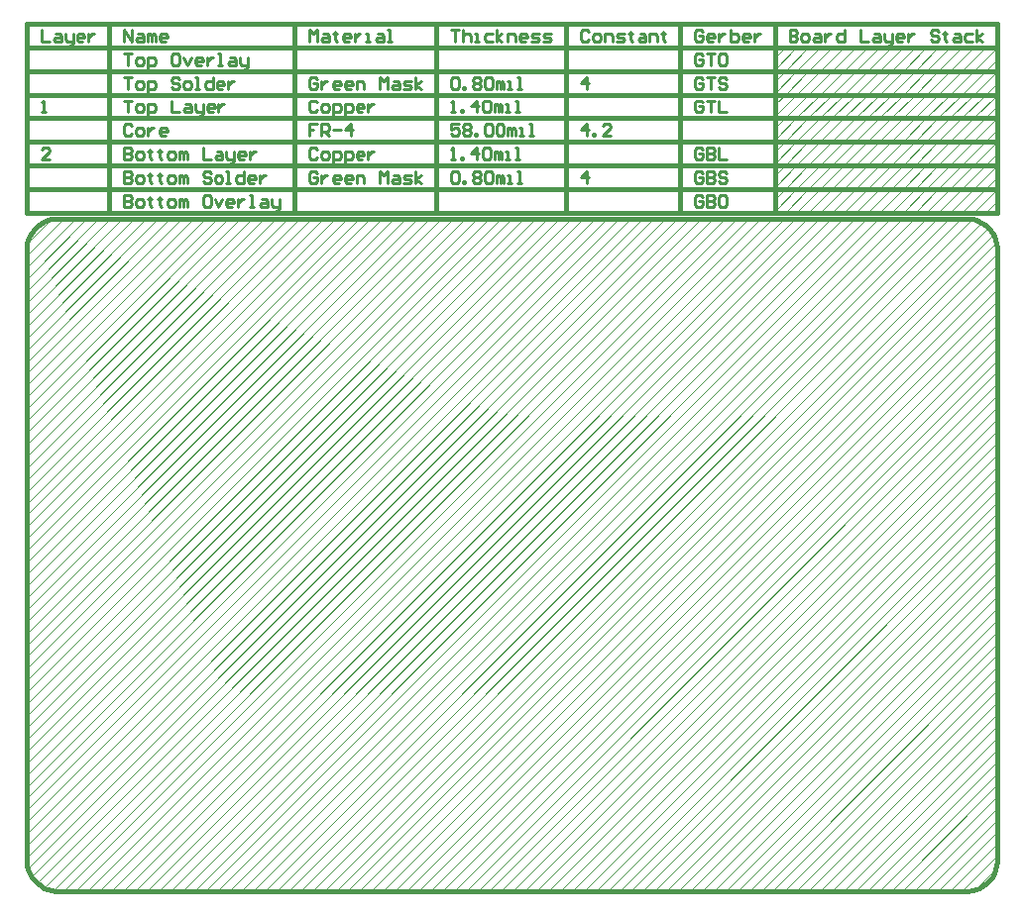
<source format=gbr>
%TF.GenerationSoftware,Altium Limited,Altium Designer,20.0.13 (296)*%
G04 Layer_Color=32768*
%FSLAX26Y26*%
%MOIN*%
%TF.FileFunction,Other,Fab_Notes*%
%TF.Part,Single*%
G01*
G75*
%TA.AperFunction,NonConductor*%
%ADD107C,0.010000*%
%ADD186C,0.015000*%
%ADD192C,0.001000*%
D107*
X6350934Y3798652D02*
Y3758945D01*
X6377405D01*
X6397258Y3785416D02*
X6410494D01*
X6417112Y3778799D01*
Y3758945D01*
X6397258D01*
X6390641Y3765563D01*
X6397258Y3772181D01*
X6417112D01*
X6430348Y3785416D02*
Y3765563D01*
X6436966Y3758945D01*
X6456819D01*
Y3752327D01*
X6450201Y3745709D01*
X6443583D01*
X6456819Y3758945D02*
Y3785416D01*
X6489908Y3758945D02*
X6476673D01*
X6470055Y3765563D01*
Y3778799D01*
X6476673Y3785416D01*
X6489908D01*
X6496526Y3778799D01*
Y3772181D01*
X6470055D01*
X6509762Y3785416D02*
Y3758945D01*
Y3772181D01*
X6516380Y3778799D01*
X6522998Y3785416D01*
X6529615D01*
X6377405Y3361747D02*
X6350934D01*
X6377405Y3388218D01*
Y3394836D01*
X6370787Y3401454D01*
X6357551D01*
X6350934Y3394836D01*
Y3520626D02*
X6364169D01*
X6357551D01*
Y3560333D01*
X6350934Y3553715D01*
X6629055Y3758945D02*
Y3798652D01*
X6655527Y3758945D01*
Y3798652D01*
X6675380Y3785416D02*
X6688616D01*
X6695234Y3778799D01*
Y3758945D01*
X6675380D01*
X6668762Y3765563D01*
X6675380Y3772181D01*
X6695234D01*
X6708469Y3758945D02*
Y3785416D01*
X6715087D01*
X6721705Y3778799D01*
Y3758945D01*
Y3778799D01*
X6728323Y3785416D01*
X6734941Y3778799D01*
Y3758945D01*
X6768030D02*
X6754794D01*
X6748176Y3765563D01*
Y3778799D01*
X6754794Y3785416D01*
X6768030D01*
X6774648Y3778799D01*
Y3772181D01*
X6748176D01*
X6629055Y3242574D02*
Y3202867D01*
X6648909D01*
X6655527Y3209485D01*
Y3216103D01*
X6648909Y3222721D01*
X6629055D01*
X6648909D01*
X6655527Y3229339D01*
Y3235956D01*
X6648909Y3242574D01*
X6629055D01*
X6675380Y3202867D02*
X6688616D01*
X6695234Y3209485D01*
Y3222721D01*
X6688616Y3229339D01*
X6675380D01*
X6668762Y3222721D01*
Y3209485D01*
X6675380Y3202867D01*
X6715087Y3235956D02*
Y3229339D01*
X6708469D01*
X6721705D01*
X6715087D01*
Y3209485D01*
X6721705Y3202867D01*
X6748176Y3235956D02*
Y3229339D01*
X6741559D01*
X6754794D01*
X6748176D01*
Y3209485D01*
X6754794Y3202867D01*
X6781266D02*
X6794501D01*
X6801119Y3209485D01*
Y3222721D01*
X6794501Y3229339D01*
X6781266D01*
X6774648Y3222721D01*
Y3209485D01*
X6781266Y3202867D01*
X6814355D02*
Y3229339D01*
X6820973D01*
X6827591Y3222721D01*
Y3202867D01*
Y3222721D01*
X6834208Y3229339D01*
X6840826Y3222721D01*
Y3202867D01*
X6913623Y3242574D02*
X6900387D01*
X6893769Y3235956D01*
Y3209485D01*
X6900387Y3202867D01*
X6913623D01*
X6920240Y3209485D01*
Y3235956D01*
X6913623Y3242574D01*
X6933476Y3229339D02*
X6946712Y3202867D01*
X6959948Y3229339D01*
X6993037Y3202867D02*
X6979801D01*
X6973183Y3209485D01*
Y3222721D01*
X6979801Y3229339D01*
X6993037D01*
X6999655Y3222721D01*
Y3216103D01*
X6973183D01*
X7012890Y3229339D02*
Y3202867D01*
Y3216103D01*
X7019508Y3222721D01*
X7026126Y3229339D01*
X7032744D01*
X7052597Y3202867D02*
X7065833D01*
X7059215D01*
Y3242574D01*
X7052597D01*
X7092305Y3229339D02*
X7105540D01*
X7112158Y3222721D01*
Y3202867D01*
X7092305D01*
X7085687Y3209485D01*
X7092305Y3216103D01*
X7112158D01*
X7125394Y3229339D02*
Y3209485D01*
X7132012Y3202867D01*
X7151865D01*
Y3196249D01*
X7145247Y3189631D01*
X7138630D01*
X7151865Y3202867D02*
Y3229339D01*
X6629055Y3322014D02*
Y3282307D01*
X6648909D01*
X6655527Y3288925D01*
Y3295543D01*
X6648909Y3302160D01*
X6629055D01*
X6648909D01*
X6655527Y3308778D01*
Y3315396D01*
X6648909Y3322014D01*
X6629055D01*
X6675380Y3282307D02*
X6688616D01*
X6695234Y3288925D01*
Y3302160D01*
X6688616Y3308778D01*
X6675380D01*
X6668762Y3302160D01*
Y3288925D01*
X6675380Y3282307D01*
X6715087Y3315396D02*
Y3308778D01*
X6708469D01*
X6721705D01*
X6715087D01*
Y3288925D01*
X6721705Y3282307D01*
X6748176Y3315396D02*
Y3308778D01*
X6741559D01*
X6754794D01*
X6748176D01*
Y3288925D01*
X6754794Y3282307D01*
X6781266D02*
X6794501D01*
X6801119Y3288925D01*
Y3302160D01*
X6794501Y3308778D01*
X6781266D01*
X6774648Y3302160D01*
Y3288925D01*
X6781266Y3282307D01*
X6814355D02*
Y3308778D01*
X6820973D01*
X6827591Y3302160D01*
Y3282307D01*
Y3302160D01*
X6834208Y3308778D01*
X6840826Y3302160D01*
Y3282307D01*
X6920240Y3315396D02*
X6913623Y3322014D01*
X6900387D01*
X6893769Y3315396D01*
Y3308778D01*
X6900387Y3302160D01*
X6913623D01*
X6920240Y3295543D01*
Y3288925D01*
X6913623Y3282307D01*
X6900387D01*
X6893769Y3288925D01*
X6940094Y3282307D02*
X6953330D01*
X6959948Y3288925D01*
Y3302160D01*
X6953330Y3308778D01*
X6940094D01*
X6933476Y3302160D01*
Y3288925D01*
X6940094Y3282307D01*
X6973183D02*
X6986419D01*
X6979801D01*
Y3322014D01*
X6973183D01*
X7032744D02*
Y3282307D01*
X7012890D01*
X7006273Y3288925D01*
Y3302160D01*
X7012890Y3308778D01*
X7032744D01*
X7065833Y3282307D02*
X7052597D01*
X7045980Y3288925D01*
Y3302160D01*
X7052597Y3308778D01*
X7065833D01*
X7072451Y3302160D01*
Y3295543D01*
X7045980D01*
X7085687Y3308778D02*
Y3282307D01*
Y3295543D01*
X7092305Y3302160D01*
X7098922Y3308778D01*
X7105540D01*
X6629055Y3401454D02*
Y3361747D01*
X6648909D01*
X6655527Y3368364D01*
Y3374982D01*
X6648909Y3381600D01*
X6629055D01*
X6648909D01*
X6655527Y3388218D01*
Y3394836D01*
X6648909Y3401454D01*
X6629055D01*
X6675380Y3361747D02*
X6688616D01*
X6695234Y3368364D01*
Y3381600D01*
X6688616Y3388218D01*
X6675380D01*
X6668762Y3381600D01*
Y3368364D01*
X6675380Y3361747D01*
X6715087Y3394836D02*
Y3388218D01*
X6708469D01*
X6721705D01*
X6715087D01*
Y3368364D01*
X6721705Y3361747D01*
X6748176Y3394836D02*
Y3388218D01*
X6741559D01*
X6754794D01*
X6748176D01*
Y3368364D01*
X6754794Y3361747D01*
X6781266D02*
X6794501D01*
X6801119Y3368364D01*
Y3381600D01*
X6794501Y3388218D01*
X6781266D01*
X6774648Y3381600D01*
Y3368364D01*
X6781266Y3361747D01*
X6814355D02*
Y3388218D01*
X6820973D01*
X6827591Y3381600D01*
Y3361747D01*
Y3381600D01*
X6834208Y3388218D01*
X6840826Y3381600D01*
Y3361747D01*
X6893769Y3401454D02*
Y3361747D01*
X6920240D01*
X6940094Y3388218D02*
X6953330D01*
X6959948Y3381600D01*
Y3361747D01*
X6940094D01*
X6933476Y3368364D01*
X6940094Y3374982D01*
X6959948D01*
X6973183Y3388218D02*
Y3368364D01*
X6979801Y3361747D01*
X6999655D01*
Y3355129D01*
X6993037Y3348511D01*
X6986419D01*
X6999655Y3361747D02*
Y3388218D01*
X7032744Y3361747D02*
X7019508D01*
X7012890Y3368364D01*
Y3381600D01*
X7019508Y3388218D01*
X7032744D01*
X7039362Y3381600D01*
Y3374982D01*
X7012890D01*
X7052597Y3388218D02*
Y3361747D01*
Y3374982D01*
X7059215Y3381600D01*
X7065833Y3388218D01*
X7072451D01*
X6655527Y3474276D02*
X6648909Y3480893D01*
X6635673D01*
X6629055Y3474276D01*
Y3447804D01*
X6635673Y3441186D01*
X6648909D01*
X6655527Y3447804D01*
X6675380Y3441186D02*
X6688616D01*
X6695234Y3447804D01*
Y3461040D01*
X6688616Y3467658D01*
X6675380D01*
X6668762Y3461040D01*
Y3447804D01*
X6675380Y3441186D01*
X6708469Y3467658D02*
Y3441186D01*
Y3454422D01*
X6715087Y3461040D01*
X6721705Y3467658D01*
X6728323D01*
X6768030Y3441186D02*
X6754794D01*
X6748176Y3447804D01*
Y3461040D01*
X6754794Y3467658D01*
X6768030D01*
X6774648Y3461040D01*
Y3454422D01*
X6748176D01*
X6629055Y3560333D02*
X6655527D01*
X6642291D01*
Y3520626D01*
X6675380D02*
X6688616D01*
X6695234Y3527244D01*
Y3540479D01*
X6688616Y3547097D01*
X6675380D01*
X6668762Y3540479D01*
Y3527244D01*
X6675380Y3520626D01*
X6708469Y3507390D02*
Y3547097D01*
X6728323D01*
X6734941Y3540479D01*
Y3527244D01*
X6728323Y3520626D01*
X6708469D01*
X6787884Y3560333D02*
Y3520626D01*
X6814355D01*
X6834208Y3547097D02*
X6847444D01*
X6854062Y3540479D01*
Y3520626D01*
X6834208D01*
X6827591Y3527244D01*
X6834208Y3533862D01*
X6854062D01*
X6867298Y3547097D02*
Y3527244D01*
X6873916Y3520626D01*
X6893769D01*
Y3514008D01*
X6887151Y3507390D01*
X6880533D01*
X6893769Y3520626D02*
Y3547097D01*
X6926858Y3520626D02*
X6913623D01*
X6907005Y3527244D01*
Y3540479D01*
X6913623Y3547097D01*
X6926858D01*
X6933476Y3540479D01*
Y3533862D01*
X6907005D01*
X6946712Y3547097D02*
Y3520626D01*
Y3533862D01*
X6953330Y3540479D01*
X6959948Y3547097D01*
X6966565D01*
X6629055Y3639773D02*
X6655527D01*
X6642291D01*
Y3600066D01*
X6675380D02*
X6688616D01*
X6695234Y3606684D01*
Y3619919D01*
X6688616Y3626537D01*
X6675380D01*
X6668762Y3619919D01*
Y3606684D01*
X6675380Y3600066D01*
X6708469Y3586830D02*
Y3626537D01*
X6728323D01*
X6734941Y3619919D01*
Y3606684D01*
X6728323Y3600066D01*
X6708469D01*
X6814355Y3633155D02*
X6807737Y3639773D01*
X6794501D01*
X6787884Y3633155D01*
Y3626537D01*
X6794501Y3619919D01*
X6807737D01*
X6814355Y3613301D01*
Y3606684D01*
X6807737Y3600066D01*
X6794501D01*
X6787884Y3606684D01*
X6834208Y3600066D02*
X6847444D01*
X6854062Y3606684D01*
Y3619919D01*
X6847444Y3626537D01*
X6834208D01*
X6827591Y3619919D01*
Y3606684D01*
X6834208Y3600066D01*
X6867298D02*
X6880533D01*
X6873916D01*
Y3639773D01*
X6867298D01*
X6926858D02*
Y3600066D01*
X6907005D01*
X6900387Y3606684D01*
Y3619919D01*
X6907005Y3626537D01*
X6926858D01*
X6959948Y3600066D02*
X6946712D01*
X6940094Y3606684D01*
Y3619919D01*
X6946712Y3626537D01*
X6959948D01*
X6966565Y3619919D01*
Y3613301D01*
X6940094D01*
X6979801Y3626537D02*
Y3600066D01*
Y3613301D01*
X6986419Y3619919D01*
X6993037Y3626537D01*
X6999655D01*
X6629055Y3719213D02*
X6655527D01*
X6642291D01*
Y3679505D01*
X6675380D02*
X6688616D01*
X6695234Y3686123D01*
Y3699359D01*
X6688616Y3705977D01*
X6675380D01*
X6668762Y3699359D01*
Y3686123D01*
X6675380Y3679505D01*
X6708469Y3666270D02*
Y3705977D01*
X6728323D01*
X6734941Y3699359D01*
Y3686123D01*
X6728323Y3679505D01*
X6708469D01*
X6807737Y3719213D02*
X6794501D01*
X6787884Y3712595D01*
Y3686123D01*
X6794501Y3679505D01*
X6807737D01*
X6814355Y3686123D01*
Y3712595D01*
X6807737Y3719213D01*
X6827591Y3705977D02*
X6840826Y3679505D01*
X6854062Y3705977D01*
X6887151Y3679505D02*
X6873916D01*
X6867298Y3686123D01*
Y3699359D01*
X6873916Y3705977D01*
X6887151D01*
X6893769Y3699359D01*
Y3692741D01*
X6867298D01*
X6907005Y3705977D02*
Y3679505D01*
Y3692741D01*
X6913623Y3699359D01*
X6920241Y3705977D01*
X6926858D01*
X6946712Y3679505D02*
X6959948D01*
X6953330D01*
Y3719213D01*
X6946712D01*
X6986419Y3705977D02*
X6999655D01*
X7006273Y3699359D01*
Y3679505D01*
X6986419D01*
X6979801Y3686123D01*
X6986419Y3692741D01*
X7006273D01*
X7019508Y3705977D02*
Y3686123D01*
X7026126Y3679505D01*
X7045980D01*
Y3672888D01*
X7039362Y3666270D01*
X7032744D01*
X7045980Y3679505D02*
Y3705977D01*
X7251305Y3758945D02*
Y3798652D01*
X7264541Y3785416D01*
X7277776Y3798652D01*
Y3758945D01*
X7297630Y3785416D02*
X7310866D01*
X7317484Y3778799D01*
Y3758945D01*
X7297630D01*
X7291012Y3765563D01*
X7297630Y3772181D01*
X7317484D01*
X7337337Y3792034D02*
Y3785416D01*
X7330719D01*
X7343955D01*
X7337337D01*
Y3765563D01*
X7343955Y3758945D01*
X7383662D02*
X7370426D01*
X7363808Y3765563D01*
Y3778799D01*
X7370426Y3785416D01*
X7383662D01*
X7390280Y3778799D01*
Y3772181D01*
X7363808D01*
X7403516Y3785416D02*
Y3758945D01*
Y3772181D01*
X7410133Y3778799D01*
X7416751Y3785416D01*
X7423369D01*
X7443223Y3758945D02*
X7456458D01*
X7449840D01*
Y3785416D01*
X7443223D01*
X7482930D02*
X7496165D01*
X7502783Y3778799D01*
Y3758945D01*
X7482930D01*
X7476312Y3765563D01*
X7482930Y3772181D01*
X7502783D01*
X7516019Y3758945D02*
X7529255D01*
X7522637D01*
Y3798652D01*
X7516019D01*
X7277776Y3315396D02*
X7271158Y3322014D01*
X7257923D01*
X7251305Y3315396D01*
Y3288925D01*
X7257923Y3282307D01*
X7271158D01*
X7277776Y3288925D01*
Y3302160D01*
X7264541D01*
X7291012Y3308778D02*
Y3282307D01*
Y3295543D01*
X7297630Y3302160D01*
X7304248Y3308778D01*
X7310866D01*
X7350573Y3282307D02*
X7337337D01*
X7330719Y3288925D01*
Y3302160D01*
X7337337Y3308778D01*
X7350573D01*
X7357191Y3302160D01*
Y3295543D01*
X7330719D01*
X7390280Y3282307D02*
X7377044D01*
X7370426Y3288925D01*
Y3302160D01*
X7377044Y3308778D01*
X7390280D01*
X7396898Y3302160D01*
Y3295543D01*
X7370426D01*
X7410133Y3282307D02*
Y3308778D01*
X7429987D01*
X7436605Y3302160D01*
Y3282307D01*
X7489548D02*
Y3322014D01*
X7502783Y3308778D01*
X7516019Y3322014D01*
Y3282307D01*
X7535873Y3308778D02*
X7549108D01*
X7555726Y3302160D01*
Y3282307D01*
X7535873D01*
X7529255Y3288925D01*
X7535873Y3295543D01*
X7555726D01*
X7568962Y3282307D02*
X7588815D01*
X7595433Y3288925D01*
X7588815Y3295543D01*
X7575580D01*
X7568962Y3302160D01*
X7575580Y3308778D01*
X7595433D01*
X7608669Y3282307D02*
Y3322014D01*
Y3295543D02*
X7628522Y3308778D01*
X7608669Y3295543D02*
X7628522Y3282307D01*
X7277776Y3394836D02*
X7271158Y3401454D01*
X7257923D01*
X7251305Y3394836D01*
Y3368364D01*
X7257923Y3361747D01*
X7271158D01*
X7277776Y3368364D01*
X7297630Y3361747D02*
X7310866D01*
X7317484Y3368364D01*
Y3381600D01*
X7310866Y3388218D01*
X7297630D01*
X7291012Y3381600D01*
Y3368364D01*
X7297630Y3361747D01*
X7330719Y3348511D02*
Y3388218D01*
X7350573D01*
X7357191Y3381600D01*
Y3368364D01*
X7350573Y3361747D01*
X7330719D01*
X7370426Y3348511D02*
Y3388218D01*
X7390280D01*
X7396898Y3381600D01*
Y3368364D01*
X7390280Y3361747D01*
X7370426D01*
X7429987D02*
X7416751D01*
X7410133Y3368364D01*
Y3381600D01*
X7416751Y3388218D01*
X7429987D01*
X7436605Y3381600D01*
Y3374982D01*
X7410133D01*
X7449841Y3388218D02*
Y3361747D01*
Y3374982D01*
X7456458Y3381600D01*
X7463076Y3388218D01*
X7469694D01*
X7277776Y3480893D02*
X7251305D01*
Y3461040D01*
X7264541D01*
X7251305D01*
Y3441186D01*
X7291012D02*
Y3480893D01*
X7310866D01*
X7317484Y3474276D01*
Y3461040D01*
X7310866Y3454422D01*
X7291012D01*
X7304248D02*
X7317484Y3441186D01*
X7330719Y3461040D02*
X7357191D01*
X7390280Y3441186D02*
Y3480893D01*
X7370426Y3461040D01*
X7396898D01*
X7277776Y3553715D02*
X7271158Y3560333D01*
X7257923D01*
X7251305Y3553715D01*
Y3527244D01*
X7257923Y3520626D01*
X7271158D01*
X7277776Y3527244D01*
X7297630Y3520626D02*
X7310866D01*
X7317484Y3527244D01*
Y3540479D01*
X7310866Y3547097D01*
X7297630D01*
X7291012Y3540479D01*
Y3527244D01*
X7297630Y3520626D01*
X7330719Y3507390D02*
Y3547097D01*
X7350573D01*
X7357191Y3540479D01*
Y3527244D01*
X7350573Y3520626D01*
X7330719D01*
X7370426Y3507390D02*
Y3547097D01*
X7390280D01*
X7396898Y3540479D01*
Y3527244D01*
X7390280Y3520626D01*
X7370426D01*
X7429987D02*
X7416751D01*
X7410133Y3527244D01*
Y3540479D01*
X7416751Y3547097D01*
X7429987D01*
X7436605Y3540479D01*
Y3533862D01*
X7410133D01*
X7449841Y3547097D02*
Y3520626D01*
Y3533862D01*
X7456458Y3540479D01*
X7463076Y3547097D01*
X7469694D01*
X7277776Y3633155D02*
X7271158Y3639773D01*
X7257923D01*
X7251305Y3633155D01*
Y3606684D01*
X7257923Y3600066D01*
X7271158D01*
X7277776Y3606684D01*
Y3619919D01*
X7264541D01*
X7291012Y3626537D02*
Y3600066D01*
Y3613301D01*
X7297630Y3619919D01*
X7304248Y3626537D01*
X7310866D01*
X7350573Y3600066D02*
X7337337D01*
X7330719Y3606684D01*
Y3619919D01*
X7337337Y3626537D01*
X7350573D01*
X7357191Y3619919D01*
Y3613301D01*
X7330719D01*
X7390280Y3600066D02*
X7377044D01*
X7370426Y3606684D01*
Y3619919D01*
X7377044Y3626537D01*
X7390280D01*
X7396898Y3619919D01*
Y3613301D01*
X7370426D01*
X7410133Y3600066D02*
Y3626537D01*
X7429987D01*
X7436605Y3619919D01*
Y3600066D01*
X7489548D02*
Y3639773D01*
X7502783Y3626537D01*
X7516019Y3639773D01*
Y3600066D01*
X7535873Y3626537D02*
X7549108D01*
X7555726Y3619919D01*
Y3600066D01*
X7535873D01*
X7529255Y3606684D01*
X7535873Y3613301D01*
X7555726D01*
X7568962Y3600066D02*
X7588815D01*
X7595433Y3606684D01*
X7588815Y3613301D01*
X7575580D01*
X7568962Y3619919D01*
X7575580Y3626537D01*
X7595433D01*
X7608669Y3600066D02*
Y3639773D01*
Y3613301D02*
X7628522Y3626537D01*
X7608669Y3613301D02*
X7628522Y3600066D01*
X7727962Y3798652D02*
X7754434D01*
X7741198D01*
Y3758945D01*
X7767669Y3798652D02*
Y3758945D01*
Y3778799D01*
X7774287Y3785416D01*
X7787523D01*
X7794141Y3778799D01*
Y3758945D01*
X7807376D02*
X7820612D01*
X7813994D01*
Y3785416D01*
X7807376D01*
X7866937D02*
X7847083D01*
X7840466Y3778799D01*
Y3765563D01*
X7847083Y3758945D01*
X7866937D01*
X7880173D02*
Y3798652D01*
Y3772181D02*
X7900026Y3785416D01*
X7880173Y3772181D02*
X7900026Y3758945D01*
X7919880D02*
Y3785416D01*
X7939733D01*
X7946351Y3778799D01*
Y3758945D01*
X7979440D02*
X7966205D01*
X7959587Y3765563D01*
Y3778799D01*
X7966205Y3785416D01*
X7979440D01*
X7986058Y3778799D01*
Y3772181D01*
X7959587D01*
X7999294Y3758945D02*
X8019148D01*
X8025765Y3765563D01*
X8019148Y3772181D01*
X8005912D01*
X7999294Y3778799D01*
X8005912Y3785416D01*
X8025765D01*
X8039001Y3758945D02*
X8058855D01*
X8065472Y3765563D01*
X8058855Y3772181D01*
X8045619D01*
X8039001Y3778799D01*
X8045619Y3785416D01*
X8065472D01*
X7727962Y3315396D02*
X7734580Y3322014D01*
X7747816D01*
X7754434Y3315396D01*
Y3288925D01*
X7747816Y3282307D01*
X7734580D01*
X7727962Y3288925D01*
Y3315396D01*
X7767669Y3282307D02*
Y3288925D01*
X7774287D01*
Y3282307D01*
X7767669D01*
X7800758Y3315396D02*
X7807376Y3322014D01*
X7820612D01*
X7827230Y3315396D01*
Y3308778D01*
X7820612Y3302160D01*
X7827230Y3295543D01*
Y3288925D01*
X7820612Y3282307D01*
X7807376D01*
X7800758Y3288925D01*
Y3295543D01*
X7807376Y3302160D01*
X7800758Y3308778D01*
Y3315396D01*
X7807376Y3302160D02*
X7820612D01*
X7840466Y3315396D02*
X7847083Y3322014D01*
X7860319D01*
X7866937Y3315396D01*
Y3288925D01*
X7860319Y3282307D01*
X7847083D01*
X7840466Y3288925D01*
Y3315396D01*
X7880173Y3282307D02*
Y3308778D01*
X7886791D01*
X7893408Y3302160D01*
Y3282307D01*
Y3302160D01*
X7900026Y3308778D01*
X7906644Y3302160D01*
Y3282307D01*
X7919880D02*
X7933115D01*
X7926498D01*
Y3308778D01*
X7919880D01*
X7952969Y3282307D02*
X7966205D01*
X7959587D01*
Y3322014D01*
X7952969D01*
X7727962Y3361747D02*
X7741198D01*
X7734580D01*
Y3401454D01*
X7727962Y3394836D01*
X7761051Y3361747D02*
Y3368364D01*
X7767669D01*
Y3361747D01*
X7761051D01*
X7813994D02*
Y3401454D01*
X7794141Y3381600D01*
X7820612D01*
X7833848Y3394836D02*
X7840466Y3401454D01*
X7853701D01*
X7860319Y3394836D01*
Y3368364D01*
X7853701Y3361747D01*
X7840466D01*
X7833848Y3368364D01*
Y3394836D01*
X7873555Y3361747D02*
Y3388218D01*
X7880173D01*
X7886791Y3381600D01*
Y3361747D01*
Y3381600D01*
X7893408Y3388218D01*
X7900026Y3381600D01*
Y3361747D01*
X7913262D02*
X7926498D01*
X7919880D01*
Y3388218D01*
X7913262D01*
X7946351Y3361747D02*
X7959587D01*
X7952969D01*
Y3401454D01*
X7946351D01*
X7754434Y3480893D02*
X7727962D01*
Y3461040D01*
X7741198Y3467658D01*
X7747816D01*
X7754434Y3461040D01*
Y3447804D01*
X7747816Y3441186D01*
X7734580D01*
X7727962Y3447804D01*
X7767669Y3474276D02*
X7774287Y3480893D01*
X7787523D01*
X7794141Y3474276D01*
Y3467658D01*
X7787523Y3461040D01*
X7794141Y3454422D01*
Y3447804D01*
X7787523Y3441186D01*
X7774287D01*
X7767669Y3447804D01*
Y3454422D01*
X7774287Y3461040D01*
X7767669Y3467658D01*
Y3474276D01*
X7774287Y3461040D02*
X7787523D01*
X7807376Y3441186D02*
Y3447804D01*
X7813994D01*
Y3441186D01*
X7807376D01*
X7840466Y3474276D02*
X7847083Y3480893D01*
X7860319D01*
X7866937Y3474276D01*
Y3447804D01*
X7860319Y3441186D01*
X7847083D01*
X7840466Y3447804D01*
Y3474276D01*
X7880173D02*
X7886791Y3480893D01*
X7900026D01*
X7906644Y3474276D01*
Y3447804D01*
X7900026Y3441186D01*
X7886791D01*
X7880173Y3447804D01*
Y3474276D01*
X7919880Y3441186D02*
Y3467658D01*
X7926498D01*
X7933115Y3461040D01*
Y3441186D01*
Y3461040D01*
X7939733Y3467658D01*
X7946351Y3461040D01*
Y3441186D01*
X7959587D02*
X7972823D01*
X7966205D01*
Y3467658D01*
X7959587D01*
X7992676Y3441186D02*
X8005912D01*
X7999294D01*
Y3480893D01*
X7992676D01*
X7727962Y3520626D02*
X7741198D01*
X7734580D01*
Y3560333D01*
X7727962Y3553715D01*
X7761051Y3520626D02*
Y3527244D01*
X7767669D01*
Y3520626D01*
X7761051D01*
X7813994D02*
Y3560333D01*
X7794141Y3540479D01*
X7820612D01*
X7833848Y3553715D02*
X7840466Y3560333D01*
X7853701D01*
X7860319Y3553715D01*
Y3527244D01*
X7853701Y3520626D01*
X7840466D01*
X7833848Y3527244D01*
Y3553715D01*
X7873555Y3520626D02*
Y3547097D01*
X7880173D01*
X7886791Y3540479D01*
Y3520626D01*
Y3540479D01*
X7893408Y3547097D01*
X7900026Y3540479D01*
Y3520626D01*
X7913262D02*
X7926498D01*
X7919880D01*
Y3547097D01*
X7913262D01*
X7946351Y3520626D02*
X7959587D01*
X7952969D01*
Y3560333D01*
X7946351D01*
X7727962Y3633155D02*
X7734580Y3639773D01*
X7747816D01*
X7754434Y3633155D01*
Y3606684D01*
X7747816Y3600066D01*
X7734580D01*
X7727962Y3606684D01*
Y3633155D01*
X7767669Y3600066D02*
Y3606684D01*
X7774287D01*
Y3600066D01*
X7767669D01*
X7800758Y3633155D02*
X7807376Y3639773D01*
X7820612D01*
X7827230Y3633155D01*
Y3626537D01*
X7820612Y3619919D01*
X7827230Y3613301D01*
Y3606684D01*
X7820612Y3600066D01*
X7807376D01*
X7800758Y3606684D01*
Y3613301D01*
X7807376Y3619919D01*
X7800758Y3626537D01*
Y3633155D01*
X7807376Y3619919D02*
X7820612D01*
X7840466Y3633155D02*
X7847083Y3639773D01*
X7860319D01*
X7866937Y3633155D01*
Y3606684D01*
X7860319Y3600066D01*
X7847083D01*
X7840466Y3606684D01*
Y3633155D01*
X7880173Y3600066D02*
Y3626537D01*
X7886791D01*
X7893408Y3619919D01*
Y3600066D01*
Y3619919D01*
X7900026Y3626537D01*
X7906644Y3619919D01*
Y3600066D01*
X7919880D02*
X7933115D01*
X7926498D01*
Y3626537D01*
X7919880D01*
X7952969Y3600066D02*
X7966205D01*
X7959587D01*
Y3639773D01*
X7952969D01*
X8191384Y3792034D02*
X8184766Y3798652D01*
X8171530D01*
X8164912Y3792034D01*
Y3765563D01*
X8171530Y3758945D01*
X8184766D01*
X8191384Y3765563D01*
X8211237Y3758945D02*
X8224473D01*
X8231091Y3765563D01*
Y3778799D01*
X8224473Y3785416D01*
X8211237D01*
X8204619Y3778799D01*
Y3765563D01*
X8211237Y3758945D01*
X8244326D02*
Y3785416D01*
X8264180D01*
X8270798Y3778799D01*
Y3758945D01*
X8284034D02*
X8303887D01*
X8310505Y3765563D01*
X8303887Y3772181D01*
X8290651D01*
X8284034Y3778799D01*
X8290651Y3785416D01*
X8310505D01*
X8330359Y3792034D02*
Y3785416D01*
X8323741D01*
X8336976D01*
X8330359D01*
Y3765563D01*
X8336976Y3758945D01*
X8363448Y3785416D02*
X8376683D01*
X8383301Y3778799D01*
Y3758945D01*
X8363448D01*
X8356830Y3765563D01*
X8363448Y3772181D01*
X8383301D01*
X8396537Y3758945D02*
Y3785416D01*
X8416390D01*
X8423008Y3778799D01*
Y3758945D01*
X8442862Y3792034D02*
Y3785416D01*
X8436244D01*
X8449480D01*
X8442862D01*
Y3765563D01*
X8449480Y3758945D01*
X8184766Y3282307D02*
Y3322014D01*
X8164912Y3302160D01*
X8191384D01*
X8184766Y3441186D02*
Y3480893D01*
X8164912Y3461040D01*
X8191384D01*
X8204619Y3441186D02*
Y3447804D01*
X8211237D01*
Y3441186D01*
X8204619D01*
X8264180D02*
X8237709D01*
X8264180Y3467658D01*
Y3474276D01*
X8257562Y3480893D01*
X8244326D01*
X8237709Y3474276D01*
X8184766Y3600066D02*
Y3639773D01*
X8164912Y3619919D01*
X8191384D01*
X8575391Y3792034D02*
X8568773Y3798652D01*
X8555537D01*
X8548920Y3792034D01*
Y3765563D01*
X8555537Y3758945D01*
X8568773D01*
X8575391Y3765563D01*
Y3778799D01*
X8562155D01*
X8608480Y3758945D02*
X8595245D01*
X8588627Y3765563D01*
Y3778799D01*
X8595245Y3785416D01*
X8608480D01*
X8615098Y3778799D01*
Y3772181D01*
X8588627D01*
X8628334Y3785416D02*
Y3758945D01*
Y3772181D01*
X8634952Y3778799D01*
X8641569Y3785416D01*
X8648187D01*
X8668041Y3798652D02*
Y3758945D01*
X8687894D01*
X8694512Y3765563D01*
Y3772181D01*
Y3778799D01*
X8687894Y3785416D01*
X8668041D01*
X8727602Y3758945D02*
X8714366D01*
X8707748Y3765563D01*
Y3778799D01*
X8714366Y3785416D01*
X8727602D01*
X8734219Y3778799D01*
Y3772181D01*
X8707748D01*
X8747455Y3785416D02*
Y3758945D01*
Y3772181D01*
X8754073Y3778799D01*
X8760691Y3785416D01*
X8767309D01*
X8575391Y3235956D02*
X8568773Y3242574D01*
X8555537D01*
X8548920Y3235956D01*
Y3209485D01*
X8555537Y3202867D01*
X8568773D01*
X8575391Y3209485D01*
Y3222721D01*
X8562155D01*
X8588627Y3242574D02*
Y3202867D01*
X8608480D01*
X8615098Y3209485D01*
Y3216103D01*
X8608480Y3222721D01*
X8588627D01*
X8608480D01*
X8615098Y3229339D01*
Y3235956D01*
X8608480Y3242574D01*
X8588627D01*
X8648187D02*
X8634952D01*
X8628334Y3235956D01*
Y3209485D01*
X8634952Y3202867D01*
X8648187D01*
X8654805Y3209485D01*
Y3235956D01*
X8648187Y3242574D01*
X8575391Y3315396D02*
X8568773Y3322014D01*
X8555537D01*
X8548920Y3315396D01*
Y3288925D01*
X8555537Y3282307D01*
X8568773D01*
X8575391Y3288925D01*
Y3302160D01*
X8562155D01*
X8588627Y3322014D02*
Y3282307D01*
X8608480D01*
X8615098Y3288925D01*
Y3295543D01*
X8608480Y3302160D01*
X8588627D01*
X8608480D01*
X8615098Y3308778D01*
Y3315396D01*
X8608480Y3322014D01*
X8588627D01*
X8654805Y3315396D02*
X8648187Y3322014D01*
X8634952D01*
X8628334Y3315396D01*
Y3308778D01*
X8634952Y3302160D01*
X8648187D01*
X8654805Y3295543D01*
Y3288925D01*
X8648187Y3282307D01*
X8634952D01*
X8628334Y3288925D01*
X8575391Y3394836D02*
X8568773Y3401454D01*
X8555537D01*
X8548920Y3394836D01*
Y3368364D01*
X8555537Y3361747D01*
X8568773D01*
X8575391Y3368364D01*
Y3381600D01*
X8562155D01*
X8588627Y3401454D02*
Y3361747D01*
X8608480D01*
X8615098Y3368364D01*
Y3374982D01*
X8608480Y3381600D01*
X8588627D01*
X8608480D01*
X8615098Y3388218D01*
Y3394836D01*
X8608480Y3401454D01*
X8588627D01*
X8628334D02*
Y3361747D01*
X8654805D01*
X8575391Y3553715D02*
X8568773Y3560333D01*
X8555537D01*
X8548920Y3553715D01*
Y3527244D01*
X8555537Y3520626D01*
X8568773D01*
X8575391Y3527244D01*
Y3540479D01*
X8562155D01*
X8588627Y3560333D02*
X8615098D01*
X8601862D01*
Y3520626D01*
X8628334Y3560333D02*
Y3520626D01*
X8654805D01*
X8575391Y3633155D02*
X8568773Y3639773D01*
X8555537D01*
X8548920Y3633155D01*
Y3606684D01*
X8555537Y3600066D01*
X8568773D01*
X8575391Y3606684D01*
Y3619919D01*
X8562155D01*
X8588627Y3639773D02*
X8615098D01*
X8601862D01*
Y3600066D01*
X8654805Y3633155D02*
X8648187Y3639773D01*
X8634952D01*
X8628334Y3633155D01*
Y3626537D01*
X8634952Y3619919D01*
X8648187D01*
X8654805Y3613301D01*
Y3606684D01*
X8648187Y3600066D01*
X8634952D01*
X8628334Y3606684D01*
X8575391Y3712595D02*
X8568773Y3719213D01*
X8555537D01*
X8548920Y3712595D01*
Y3686123D01*
X8555537Y3679505D01*
X8568773D01*
X8575391Y3686123D01*
Y3699359D01*
X8562155D01*
X8588627Y3719213D02*
X8615098D01*
X8601862D01*
Y3679505D01*
X8648187Y3719213D02*
X8634952D01*
X8628334Y3712595D01*
Y3686123D01*
X8634952Y3679505D01*
X8648187D01*
X8654805Y3686123D01*
Y3712595D01*
X8648187Y3719213D01*
X8866748Y3798652D02*
Y3758945D01*
X8886602D01*
X8893220Y3765563D01*
Y3772181D01*
X8886602Y3778799D01*
X8866748D01*
X8886602D01*
X8893220Y3785416D01*
Y3792034D01*
X8886602Y3798652D01*
X8866748D01*
X8913073Y3758945D02*
X8926309D01*
X8932927Y3765563D01*
Y3778799D01*
X8926309Y3785416D01*
X8913073D01*
X8906456Y3778799D01*
Y3765563D01*
X8913073Y3758945D01*
X8952780Y3785416D02*
X8966016D01*
X8972634Y3778799D01*
Y3758945D01*
X8952780D01*
X8946163Y3765563D01*
X8952780Y3772181D01*
X8972634D01*
X8985870Y3785416D02*
Y3758945D01*
Y3772181D01*
X8992487Y3778799D01*
X8999105Y3785416D01*
X9005723D01*
X9052048Y3798652D02*
Y3758945D01*
X9032195D01*
X9025577Y3765563D01*
Y3778799D01*
X9032195Y3785416D01*
X9052048D01*
X9104991Y3798652D02*
Y3758945D01*
X9131462D01*
X9151316Y3785416D02*
X9164552D01*
X9171169Y3778799D01*
Y3758945D01*
X9151316D01*
X9144698Y3765563D01*
X9151316Y3772181D01*
X9171169D01*
X9184405Y3785416D02*
Y3765563D01*
X9191023Y3758945D01*
X9210877D01*
Y3752327D01*
X9204259Y3745709D01*
X9197641D01*
X9210877Y3758945D02*
Y3785416D01*
X9243966Y3758945D02*
X9230730D01*
X9224112Y3765563D01*
Y3778799D01*
X9230730Y3785416D01*
X9243966D01*
X9250584Y3778799D01*
Y3772181D01*
X9224112D01*
X9263819Y3785416D02*
Y3758945D01*
Y3772181D01*
X9270437Y3778799D01*
X9277055Y3785416D01*
X9283673D01*
X9369705Y3792034D02*
X9363087Y3798652D01*
X9349851D01*
X9343234Y3792034D01*
Y3785416D01*
X9349851Y3778799D01*
X9363087D01*
X9369705Y3772181D01*
Y3765563D01*
X9363087Y3758945D01*
X9349851D01*
X9343234Y3765563D01*
X9389558Y3792034D02*
Y3785416D01*
X9382941D01*
X9396176D01*
X9389558D01*
Y3765563D01*
X9396176Y3758945D01*
X9422648Y3785416D02*
X9435883D01*
X9442501Y3778799D01*
Y3758945D01*
X9422648D01*
X9416030Y3765563D01*
X9422648Y3772181D01*
X9442501D01*
X9482208Y3785416D02*
X9462355D01*
X9455737Y3778799D01*
Y3765563D01*
X9462355Y3758945D01*
X9482208D01*
X9495444D02*
Y3798652D01*
Y3772181D02*
X9515298Y3785416D01*
X9495444Y3772181D02*
X9515298Y3758945D01*
D186*
X6301214Y3739085D02*
X9565017D01*
X6301214Y3818525D02*
X9565017D01*
X6301214Y3183007D02*
Y3818525D01*
Y3183007D02*
X6579335D01*
X6301214Y3262447D02*
X6579335D01*
X6301214Y3341887D02*
X6579335D01*
X6301214Y3421326D02*
X6579335D01*
X6301214Y3500766D02*
X6579335D01*
X6301214Y3580206D02*
X6579335D01*
X6301214Y3659646D02*
X6579335D01*
Y3183007D02*
Y3818525D01*
Y3183007D02*
X7201585D01*
X6579335Y3262447D02*
X7201585D01*
X6579335Y3341887D02*
X7201585D01*
X6579335Y3421326D02*
X7201585D01*
X6579335Y3500766D02*
X7201585D01*
X6579335Y3580206D02*
X7201585D01*
X6579335Y3659646D02*
X7201585D01*
Y3183007D02*
Y3818525D01*
Y3183007D02*
X7678242D01*
X7201585Y3262447D02*
X7678242D01*
X7201585Y3341887D02*
X7678242D01*
X7201585Y3421326D02*
X7678242D01*
X7201585Y3500766D02*
X7678242D01*
X7201585Y3580206D02*
X7678242D01*
X7201585Y3659646D02*
X7678242D01*
Y3183007D02*
Y3818525D01*
Y3183007D02*
X8115192D01*
X7678242Y3262447D02*
X8115192D01*
X7678242Y3341887D02*
X8115192D01*
X7678242Y3421326D02*
X8115192D01*
X7678242Y3500766D02*
X8115192D01*
X7678242Y3580206D02*
X8115192D01*
X7678242Y3659646D02*
X8115192D01*
Y3183007D02*
Y3818525D01*
Y3183007D02*
X8499200D01*
X8115192Y3262447D02*
X8499200D01*
X8115192Y3341887D02*
X8499200D01*
X8115192Y3421326D02*
X8499200D01*
X8115192Y3500766D02*
X8499200D01*
X8115192Y3580206D02*
X8499200D01*
X8115192Y3659646D02*
X8499200D01*
Y3183007D02*
Y3818525D01*
Y3183007D02*
X8817029D01*
X8499200Y3262447D02*
X8817029D01*
X8499200Y3341887D02*
X8817029D01*
X8499200Y3421326D02*
X8817029D01*
X8499200Y3500766D02*
X8817029D01*
X8499200Y3580206D02*
X8817029D01*
X8499200Y3659646D02*
X8817029D01*
Y3183007D02*
Y3818525D01*
Y3183007D02*
X9565017D01*
X8817029Y3262447D02*
X9565017D01*
X8817029Y3341887D02*
X9565017D01*
X8817029Y3421326D02*
X9565017D01*
X8817029Y3500766D02*
X9565017D01*
X8817029Y3580206D02*
X9565017D01*
X8817029Y3659646D02*
X9565017D01*
Y3183007D02*
Y3818525D01*
X6301213Y997925D02*
Y1004826D01*
Y997925D02*
X6303015Y984241D01*
X6306587Y970910D01*
X6311868Y958159D01*
X6318769Y946207D01*
X6327171Y935258D01*
X6336930Y925499D01*
X6347879Y917097D01*
X6359832Y910196D01*
X6372582Y904915D01*
X6385914Y901343D01*
X6399597Y899541D01*
X6406498D01*
X9459734D01*
X9466634D01*
X9480317Y901343D01*
X9493649Y904915D01*
X9506399Y910196D01*
X9518352Y917097D01*
X9529301Y925499D01*
X9539060Y935258D01*
X9547462Y946207D01*
X9554363Y958159D01*
X9559644Y970910D01*
X9563216Y984241D01*
X9565018Y997925D01*
Y1004826D01*
Y3057863D01*
Y3064764D01*
X9563216Y3078447D02*
X9565018Y3064764D01*
X9559644Y3091779D02*
X9563216Y3078447D01*
X9554363Y3104529D02*
X9559644Y3091779D01*
X9547462Y3116482D02*
X9554363Y3104529D01*
X9539060Y3127431D02*
X9547462Y3116482D01*
X9529301Y3137190D02*
X9539060Y3127431D01*
X9518352Y3145592D02*
X9529301Y3137190D01*
X9506399Y3152493D02*
X9518352Y3145592D01*
X9493649Y3157774D02*
X9506399Y3152493D01*
X9480317Y3161346D02*
X9493649Y3157774D01*
X9466634Y3163148D02*
X9480317Y3161346D01*
X9459734Y3163148D02*
X9466634D01*
X6406498D02*
X9459734D01*
X6399597D02*
X6406498D01*
X6385914Y3161346D02*
X6399597Y3163148D01*
X6372582Y3157774D02*
X6385914Y3161346D01*
X6359832Y3152493D02*
X6372582Y3157774D01*
X6347879Y3145592D02*
X6359832Y3152493D01*
X6336930Y3137190D02*
X6347879Y3145592D01*
X6327171Y3127431D02*
X6336930Y3137190D01*
X6318769Y3116482D02*
X6327171Y3127431D01*
X6311868Y3104529D02*
X6318769Y3116482D01*
X6306587Y3091779D02*
X6311868Y3104529D01*
X6303015Y3078447D02*
X6306587Y3091779D01*
X6301213Y3064764D02*
X6303015Y3078447D01*
X6301213Y3057863D02*
Y3064764D01*
Y1004826D02*
Y3057863D01*
D192*
X9525298Y3183007D02*
X9565017Y3222727D01*
X9485578Y3183007D02*
X9565017Y3262447D01*
X9445858Y3183007D02*
X9525298Y3262447D01*
X9406138Y3183007D02*
X9485578Y3262447D01*
X9366418Y3183007D02*
X9445858Y3262447D01*
X9326698Y3183007D02*
X9406138Y3262447D01*
X9286978Y3183007D02*
X9366418Y3262447D01*
X9247258Y3183007D02*
X9326698Y3262447D01*
X9207538Y3183007D02*
X9286978Y3262447D01*
X9167818Y3183007D02*
X9247258Y3262447D01*
X9128099Y3183007D02*
X9207538Y3262447D01*
X9088379Y3183007D02*
X9167818Y3262447D01*
X9048659Y3183007D02*
X9128099Y3262447D01*
X9008939Y3183007D02*
X9088379Y3262447D01*
X8969219Y3183007D02*
X9048659Y3262447D01*
X8929499Y3183007D02*
X9008939Y3262447D01*
X8889779Y3183007D02*
X8969219Y3262447D01*
X8850059Y3183007D02*
X8929499Y3262447D01*
X8817029Y3189696D02*
X8889779Y3262447D01*
X8817029Y3229416D02*
X8850059Y3262447D01*
X9525298D02*
X9565017Y3302167D01*
X9485578Y3262447D02*
X9565017Y3341887D01*
X9445858Y3262447D02*
X9525298Y3341887D01*
X9406138Y3262447D02*
X9485578Y3341887D01*
X9366418Y3262447D02*
X9445858Y3341887D01*
X9326698Y3262447D02*
X9406138Y3341887D01*
X9286978Y3262447D02*
X9366418Y3341887D01*
X9247258Y3262447D02*
X9326698Y3341887D01*
X9207538Y3262447D02*
X9286978Y3341887D01*
X9167818Y3262447D02*
X9247258Y3341887D01*
X9128099Y3262447D02*
X9207538Y3341887D01*
X9088379Y3262447D02*
X9167818Y3341887D01*
X9048659Y3262447D02*
X9128099Y3341887D01*
X9008939Y3262447D02*
X9088379Y3341887D01*
X8969219Y3262447D02*
X9048659Y3341887D01*
X8929499Y3262447D02*
X9008939Y3341887D01*
X8889779Y3262447D02*
X8969219Y3341887D01*
X8850059Y3262447D02*
X8929499Y3341887D01*
X8817029Y3269136D02*
X8889779Y3341887D01*
X8817029Y3308856D02*
X8850059Y3341887D01*
X9525298D02*
X9565017Y3381607D01*
X9485578Y3341887D02*
X9565017Y3421326D01*
X9445858Y3341887D02*
X9525298Y3421326D01*
X9406138Y3341887D02*
X9485578Y3421326D01*
X9366418Y3341887D02*
X9445858Y3421326D01*
X9326698Y3341887D02*
X9406138Y3421326D01*
X9286978Y3341887D02*
X9366418Y3421326D01*
X9247258Y3341887D02*
X9326698Y3421326D01*
X9207538Y3341887D02*
X9286978Y3421326D01*
X9167818Y3341887D02*
X9247258Y3421326D01*
X9128099Y3341887D02*
X9207538Y3421326D01*
X9088379Y3341887D02*
X9167818Y3421326D01*
X9048659Y3341887D02*
X9128099Y3421326D01*
X9008939Y3341887D02*
X9088379Y3421326D01*
X8969219Y3341887D02*
X9048659Y3421326D01*
X8929499Y3341887D02*
X9008939Y3421326D01*
X8889779Y3341887D02*
X8969219Y3421326D01*
X8850059Y3341887D02*
X8929499Y3421326D01*
X8817029Y3348576D02*
X8889779Y3421326D01*
X8817029Y3388296D02*
X8850059Y3421326D01*
X9525298D02*
X9565017Y3461046D01*
X9485578Y3421326D02*
X9565017Y3500766D01*
X9445858Y3421326D02*
X9525298Y3500766D01*
X9406138Y3421326D02*
X9485578Y3500766D01*
X9366418Y3421326D02*
X9445858Y3500766D01*
X9326698Y3421326D02*
X9406138Y3500766D01*
X9286978Y3421326D02*
X9366418Y3500766D01*
X9247258Y3421326D02*
X9326698Y3500766D01*
X9207538Y3421326D02*
X9286978Y3500766D01*
X9167818Y3421326D02*
X9247258Y3500766D01*
X9128099Y3421326D02*
X9207538Y3500766D01*
X9088379Y3421326D02*
X9167818Y3500766D01*
X9048659Y3421326D02*
X9128099Y3500766D01*
X9008939Y3421326D02*
X9088379Y3500766D01*
X8969219Y3421326D02*
X9048659Y3500766D01*
X8929499Y3421326D02*
X9008939Y3500766D01*
X8889779Y3421326D02*
X8969219Y3500766D01*
X8850059Y3421326D02*
X8929499Y3500766D01*
X8817029Y3428015D02*
X8889779Y3500766D01*
X8817029Y3467735D02*
X8850059Y3500766D01*
X9525298D02*
X9565017Y3540486D01*
X9485578Y3500766D02*
X9565017Y3580206D01*
X9445858Y3500766D02*
X9525298Y3580206D01*
X9406138Y3500766D02*
X9485578Y3580206D01*
X9366418Y3500766D02*
X9445858Y3580206D01*
X9326698Y3500766D02*
X9406138Y3580206D01*
X9286978Y3500766D02*
X9366418Y3580206D01*
X9247258Y3500766D02*
X9326698Y3580206D01*
X9207538Y3500766D02*
X9286978Y3580206D01*
X9167818Y3500766D02*
X9247258Y3580206D01*
X9128099Y3500766D02*
X9207538Y3580206D01*
X9088379Y3500766D02*
X9167818Y3580206D01*
X9048659Y3500766D02*
X9128099Y3580206D01*
X9008939Y3500766D02*
X9088379Y3580206D01*
X8969219Y3500766D02*
X9048659Y3580206D01*
X8929499Y3500766D02*
X9008939Y3580206D01*
X8889779Y3500766D02*
X8969219Y3580206D01*
X8850059Y3500766D02*
X8929499Y3580206D01*
X8817029Y3507455D02*
X8889779Y3580206D01*
X8817029Y3547175D02*
X8850059Y3580206D01*
X9525298D02*
X9565017Y3619926D01*
X9485578Y3580206D02*
X9565017Y3659646D01*
X9445858Y3580206D02*
X9525298Y3659646D01*
X9406138Y3580206D02*
X9485578Y3659646D01*
X9366418Y3580206D02*
X9445858Y3659646D01*
X9326698Y3580206D02*
X9406138Y3659646D01*
X9286978Y3580206D02*
X9366418Y3659646D01*
X9247258Y3580206D02*
X9326698Y3659646D01*
X9207538Y3580206D02*
X9286978Y3659646D01*
X9167818Y3580206D02*
X9247258Y3659646D01*
X9128099Y3580206D02*
X9207538Y3659646D01*
X9088379Y3580206D02*
X9167818Y3659646D01*
X9048659Y3580206D02*
X9128099Y3659646D01*
X9008939Y3580206D02*
X9088379Y3659646D01*
X8969219Y3580206D02*
X9048659Y3659646D01*
X8929499Y3580206D02*
X9008939Y3659646D01*
X8889779Y3580206D02*
X8969219Y3659646D01*
X8850059Y3580206D02*
X8929499Y3659646D01*
X8817029Y3586895D02*
X8889779Y3659646D01*
X8817029Y3626615D02*
X8850059Y3659646D01*
X9525298D02*
X9565017Y3699365D01*
X9485578Y3659646D02*
X9565017Y3739085D01*
X9445858Y3659646D02*
X9525298Y3739085D01*
X9406138Y3659646D02*
X9485578Y3739085D01*
X9366418Y3659646D02*
X9445858Y3739085D01*
X9326698Y3659646D02*
X9406138Y3739085D01*
X9286978Y3659646D02*
X9366418Y3739085D01*
X9247258Y3659646D02*
X9326698Y3739085D01*
X9207538Y3659646D02*
X9286978Y3739085D01*
X9167818Y3659646D02*
X9247258Y3739085D01*
X9128099Y3659646D02*
X9207538Y3739085D01*
X9088379Y3659646D02*
X9167818Y3739085D01*
X9048659Y3659646D02*
X9128099Y3739085D01*
X9008939Y3659646D02*
X9088379Y3739085D01*
X8969219Y3659646D02*
X9048659Y3739085D01*
X8929499Y3659646D02*
X9008939Y3739085D01*
X8889779Y3659646D02*
X8969219Y3739085D01*
X8850059Y3659646D02*
X8929499Y3739085D01*
X8817029Y3666335D02*
X8889779Y3739085D01*
X8817029Y3706055D02*
X8850059Y3739085D01*
X9488919Y902882D02*
X9560912Y974875D01*
X9445317Y899000D02*
X9565018Y1018701D01*
X9405597Y899000D02*
X9565018Y1058421D01*
X9365877Y899000D02*
X9565018Y1098141D01*
X9326157Y899000D02*
X9565018Y1137861D01*
X9286437Y899000D02*
X9565018Y1177581D01*
X9246717Y899000D02*
X9565018Y1217300D01*
X9206997Y899000D02*
X9565018Y1257020D01*
X9167278Y899000D02*
X9565018Y1296740D01*
X9127558Y899000D02*
X9565018Y1336460D01*
X9087838Y899000D02*
X9565018Y1376180D01*
X9048118Y899000D02*
X9565018Y1415900D01*
X9008398Y899000D02*
X9565018Y1455620D01*
X8968678Y899000D02*
X9565018Y1495340D01*
X8928958Y899000D02*
X9565018Y1535060D01*
X8889238Y899000D02*
X9565018Y1574780D01*
X8849518Y899000D02*
X9565018Y1614499D01*
X8809799Y899000D02*
X9565018Y1654219D01*
X8770079Y899000D02*
X9565018Y1693939D01*
X8730359Y899000D02*
X9565018Y1733659D01*
X8690639Y899000D02*
X9565018Y1773379D01*
X8650919Y899000D02*
X9565018Y1813099D01*
X8611199Y899000D02*
X9565018Y1852819D01*
X8571479Y899000D02*
X9565018Y1892539D01*
X8531759Y899000D02*
X9565018Y1932259D01*
X8492039Y899000D02*
X9565018Y1971978D01*
X8452319Y899000D02*
X9565018Y2011698D01*
X8412600Y899000D02*
X9565018Y2051418D01*
X8372880Y899000D02*
X9565018Y2091138D01*
X8333160Y899000D02*
X9565018Y2130858D01*
X8293440Y899000D02*
X9565018Y2170578D01*
X8253720Y899000D02*
X9565018Y2210298D01*
X8214000Y899000D02*
X9565018Y2250018D01*
X8174280Y899000D02*
X9565018Y2289738D01*
X8134560Y899000D02*
X9565018Y2329458D01*
X8094840Y899000D02*
X9565018Y2369177D01*
X8055120Y899000D02*
X9565018Y2408897D01*
X8015400Y899000D02*
X9565018Y2448617D01*
X7975681Y899000D02*
X9565018Y2488337D01*
X7935961Y899000D02*
X9565018Y2528057D01*
X7896241Y899000D02*
X9565018Y2567777D01*
X7856521Y899000D02*
X9565018Y2607497D01*
X7816801Y899000D02*
X9565018Y2647217D01*
X7777081Y899000D02*
X9565018Y2686937D01*
X7737361Y899000D02*
X9565018Y2726657D01*
X7697641Y899000D02*
X9565018Y2766376D01*
X7657921Y899000D02*
X9565018Y2806096D01*
X7618202Y899000D02*
X9565018Y2845816D01*
X7578482Y899000D02*
X9565018Y2885536D01*
X7538762Y899000D02*
X9565018Y2925256D01*
X7499042Y899000D02*
X9565018Y2964976D01*
X7459322Y899000D02*
X9565018Y3004696D01*
X7419602Y899000D02*
X9565018Y3044416D01*
X7379882Y899000D02*
X9562557Y3081675D01*
X7340162Y899000D02*
X9551469Y3110307D01*
X7300442Y899000D02*
X9534350Y3132907D01*
X7260722Y899000D02*
X9511840Y3150117D01*
X7221002Y899000D02*
X9483312Y3161309D01*
X7181283Y899000D02*
X9445971Y3163689D01*
X7141563Y899000D02*
X9406252Y3163689D01*
X7101843Y899000D02*
X9366532Y3163689D01*
X7062123Y899000D02*
X9326812Y3163689D01*
X7022403Y899000D02*
X9287092Y3163689D01*
X6982683Y899000D02*
X9247372Y3163689D01*
X6942963Y899000D02*
X9207652Y3163689D01*
X6903243Y899000D02*
X9167932Y3163689D01*
X6863523Y899000D02*
X9128212Y3163689D01*
X6823803Y899000D02*
X9088492Y3163689D01*
X6784084Y899000D02*
X9048772Y3163689D01*
X6744364Y899000D02*
X9009053Y3163689D01*
X6704644Y899000D02*
X8969333Y3163689D01*
X6664924Y899000D02*
X8929613Y3163689D01*
X6625204Y899000D02*
X8889893Y3163689D01*
X6585484Y899000D02*
X8850173Y3163689D01*
X6545764Y899000D02*
X8810453Y3163689D01*
X6506044Y899000D02*
X8770733Y3163689D01*
X6466324Y899000D02*
X8731013Y3163689D01*
X6426605Y899000D02*
X8691293Y3163689D01*
X6388165Y900281D02*
X8651574Y3163689D01*
X6358414Y910249D02*
X8611854Y3163689D01*
X6335054Y926609D02*
X8572134Y3163689D01*
X6317084Y948360D02*
X8532414Y3163689D01*
X6305015Y976010D02*
X8492694Y3163689D01*
X6301213Y1011928D02*
X8452974Y3163689D01*
X6301213Y1051648D02*
X8413254Y3163689D01*
X6301213Y1091368D02*
X8373534Y3163689D01*
X6301213Y1131088D02*
X8333814Y3163689D01*
X6301213Y1170808D02*
X8294094Y3163689D01*
X6301213Y1210528D02*
X8254374Y3163689D01*
X6301213Y1250248D02*
X8214655Y3163689D01*
X6301213Y1289967D02*
X8174935Y3163689D01*
X6301213Y1329687D02*
X8135215Y3163689D01*
X6301213Y1369407D02*
X8095495Y3163689D01*
X6301213Y1409127D02*
X8055775Y3163689D01*
X6301213Y1448847D02*
X8016055Y3163689D01*
X6301213Y1488567D02*
X7976335Y3163689D01*
X6301213Y1528287D02*
X7936615Y3163689D01*
X6301213Y1568007D02*
X7896895Y3163689D01*
X6301213Y1607727D02*
X7857176Y3163689D01*
X6301213Y1647447D02*
X7817456Y3163689D01*
X6301213Y1687167D02*
X7777736Y3163689D01*
X6301213Y1726886D02*
X7738016Y3163689D01*
X6301213Y1766606D02*
X7698296Y3163689D01*
X6301213Y1806326D02*
X7658576Y3163689D01*
X6301213Y1846046D02*
X7618856Y3163689D01*
X6301213Y1885766D02*
X7579136Y3163689D01*
X6301213Y1925486D02*
X7539416Y3163689D01*
X6301213Y1965206D02*
X7499696Y3163689D01*
X6301213Y2004926D02*
X7459976Y3163689D01*
X6301213Y2044646D02*
X7420257Y3163689D01*
X6301213Y2084365D02*
X7380537Y3163689D01*
X6301213Y2124085D02*
X7340817Y3163689D01*
X6301213Y2163805D02*
X7301097Y3163689D01*
X6301213Y2203525D02*
X7261377Y3163689D01*
X6301213Y2243245D02*
X7221657Y3163689D01*
X6301213Y2282965D02*
X7181937Y3163689D01*
X6301213Y2322685D02*
X7142217Y3163689D01*
X6301213Y2362405D02*
X7102497Y3163689D01*
X6301213Y2402125D02*
X7062778Y3163689D01*
X6301213Y2441845D02*
X7023058Y3163689D01*
X6301213Y2481564D02*
X6983338Y3163689D01*
X6301213Y2521284D02*
X6943618Y3163689D01*
X6301213Y2561004D02*
X6903898Y3163689D01*
X6301213Y2600724D02*
X6864178Y3163689D01*
X6301213Y2640444D02*
X6824458Y3163689D01*
X6301213Y2680164D02*
X6784738Y3163689D01*
X6301213Y2719884D02*
X6745018Y3163689D01*
X6301213Y2759604D02*
X6705298Y3163689D01*
X6301213Y2799324D02*
X6665578Y3163689D01*
X6301213Y2839044D02*
X6625859Y3163689D01*
X6301213Y2878764D02*
X6586139Y3163689D01*
X6301213Y2918483D02*
X6546419Y3163689D01*
X6301213Y2958203D02*
X6506699Y3163689D01*
X6301213Y2997923D02*
X6466979Y3163689D01*
X6301213Y3037643D02*
X6427259Y3163689D01*
X6303007Y3079157D02*
X6385969Y3162119D01*
%TF.MD5,089e7e7b67c1473e547863d375ab65c6*%
M02*

</source>
